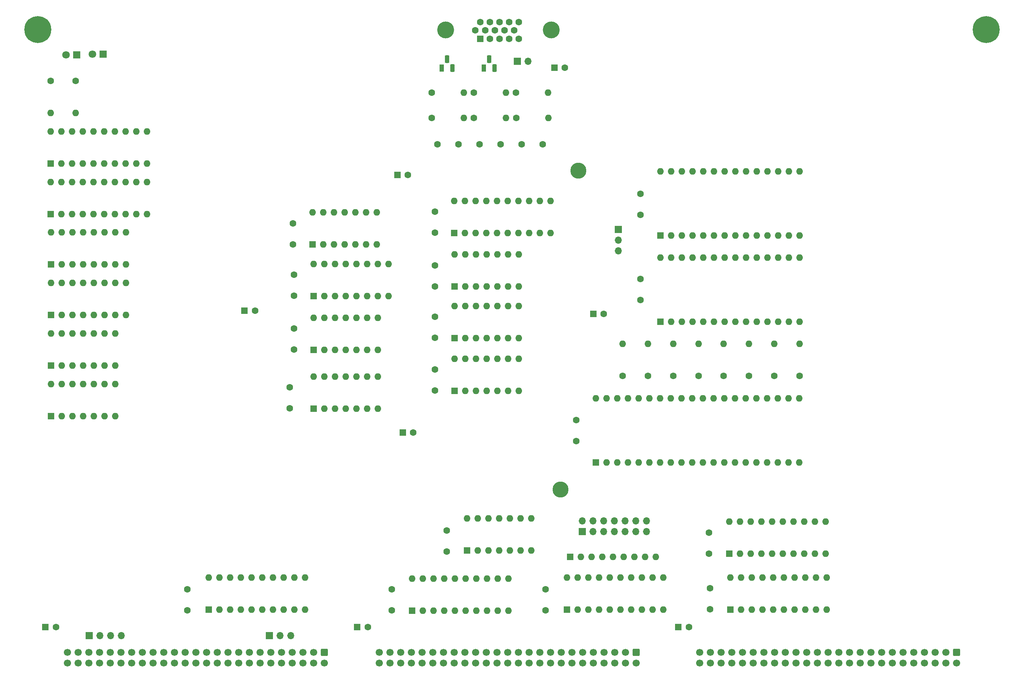
<source format=gbr>
%TF.GenerationSoftware,KiCad,Pcbnew,(6.0.11)*%
%TF.CreationDate,2024-01-15T17:38:44-05:00*%
%TF.ProjectId,input-output.Text,696e7075-742d-46f7-9574-7075742e5465,rev?*%
%TF.SameCoordinates,Original*%
%TF.FileFunction,Soldermask,Top*%
%TF.FilePolarity,Negative*%
%FSLAX46Y46*%
G04 Gerber Fmt 4.6, Leading zero omitted, Abs format (unit mm)*
G04 Created by KiCad (PCBNEW (6.0.11)) date 2024-01-15 17:38:44*
%MOMM*%
%LPD*%
G01*
G04 APERTURE LIST*
G04 Aperture macros list*
%AMRoundRect*
0 Rectangle with rounded corners*
0 $1 Rounding radius*
0 $2 $3 $4 $5 $6 $7 $8 $9 X,Y pos of 4 corners*
0 Add a 4 corners polygon primitive as box body*
4,1,4,$2,$3,$4,$5,$6,$7,$8,$9,$2,$3,0*
0 Add four circle primitives for the rounded corners*
1,1,$1+$1,$2,$3*
1,1,$1+$1,$4,$5*
1,1,$1+$1,$6,$7*
1,1,$1+$1,$8,$9*
0 Add four rect primitives between the rounded corners*
20,1,$1+$1,$2,$3,$4,$5,0*
20,1,$1+$1,$4,$5,$6,$7,0*
20,1,$1+$1,$6,$7,$8,$9,0*
20,1,$1+$1,$8,$9,$2,$3,0*%
G04 Aperture macros list end*
%ADD10C,6.400000*%
%ADD11RoundRect,0.250000X-0.600000X0.600000X-0.600000X-0.600000X0.600000X-0.600000X0.600000X0.600000X0*%
%ADD12C,1.700000*%
%ADD13C,1.600000*%
%ADD14R,1.600000X1.600000*%
%ADD15O,1.600000X1.600000*%
%ADD16C,4.000000*%
%ADD17R,1.800000X1.800000*%
%ADD18C,1.800000*%
%ADD19R,1.700000X1.700000*%
%ADD20O,1.700000X1.700000*%
%ADD21C,3.800000*%
%ADD22R,1.100000X1.800000*%
%ADD23RoundRect,0.275000X-0.275000X-0.625000X0.275000X-0.625000X0.275000X0.625000X-0.275000X0.625000X0*%
G04 APERTURE END LIST*
D10*
%TO.C,H2*%
X265000000Y-75000000D03*
%TD*%
%TO.C,H1*%
X40000000Y-75000000D03*
%TD*%
D11*
%TO.C,P2*%
X182000000Y-223000000D03*
D12*
X182000000Y-225540000D03*
X179460000Y-223000000D03*
X179460000Y-225540000D03*
X176920000Y-223000000D03*
X176920000Y-225540000D03*
X174380000Y-223000000D03*
X174380000Y-225540000D03*
X171840000Y-223000000D03*
X171840000Y-225540000D03*
X169300000Y-223000000D03*
X169300000Y-225540000D03*
X166760000Y-223000000D03*
X166760000Y-225540000D03*
X164220000Y-223000000D03*
X164220000Y-225540000D03*
X161680000Y-223000000D03*
X161680000Y-225540000D03*
X159140000Y-223000000D03*
X159140000Y-225540000D03*
X156600000Y-223000000D03*
X156600000Y-225540000D03*
X154060000Y-223000000D03*
X154060000Y-225540000D03*
X151520000Y-223000000D03*
X151520000Y-225540000D03*
X148980000Y-223000000D03*
X148980000Y-225540000D03*
X146440000Y-223000000D03*
X146440000Y-225540000D03*
X143900000Y-223000000D03*
X143900000Y-225540000D03*
X141360000Y-223000000D03*
X141360000Y-225540000D03*
X138820000Y-223000000D03*
X138820000Y-225540000D03*
X136280000Y-223000000D03*
X136280000Y-225540000D03*
X133740000Y-223000000D03*
X133740000Y-225540000D03*
X131200000Y-223000000D03*
X131200000Y-225540000D03*
X128660000Y-223000000D03*
X128660000Y-225540000D03*
X126120000Y-223000000D03*
X126120000Y-225540000D03*
X123580000Y-223000000D03*
X123580000Y-225540000D03*
X121040000Y-223000000D03*
X121040000Y-225540000D03*
%TD*%
D11*
%TO.C,P3*%
X258000000Y-223000000D03*
D12*
X258000000Y-225540000D03*
X255460000Y-223000000D03*
X255460000Y-225540000D03*
X252920000Y-223000000D03*
X252920000Y-225540000D03*
X250380000Y-223000000D03*
X250380000Y-225540000D03*
X247840000Y-223000000D03*
X247840000Y-225540000D03*
X245300000Y-223000000D03*
X245300000Y-225540000D03*
X242760000Y-223000000D03*
X242760000Y-225540000D03*
X240220000Y-223000000D03*
X240220000Y-225540000D03*
X237680000Y-223000000D03*
X237680000Y-225540000D03*
X235140000Y-223000000D03*
X235140000Y-225540000D03*
X232600000Y-223000000D03*
X232600000Y-225540000D03*
X230060000Y-223000000D03*
X230060000Y-225540000D03*
X227520000Y-223000000D03*
X227520000Y-225540000D03*
X224980000Y-223000000D03*
X224980000Y-225540000D03*
X222440000Y-223000000D03*
X222440000Y-225540000D03*
X219900000Y-223000000D03*
X219900000Y-225540000D03*
X217360000Y-223000000D03*
X217360000Y-225540000D03*
X214820000Y-223000000D03*
X214820000Y-225540000D03*
X212280000Y-223000000D03*
X212280000Y-225540000D03*
X209740000Y-223000000D03*
X209740000Y-225540000D03*
X207200000Y-223000000D03*
X207200000Y-225540000D03*
X204660000Y-223000000D03*
X204660000Y-225540000D03*
X202120000Y-223000000D03*
X202120000Y-225540000D03*
X199580000Y-223000000D03*
X199580000Y-225540000D03*
X197040000Y-223000000D03*
X197040000Y-225540000D03*
%TD*%
D11*
%TO.C,P1*%
X108000000Y-223000000D03*
D12*
X108000000Y-225540000D03*
X105460000Y-223000000D03*
X105460000Y-225540000D03*
X102920000Y-223000000D03*
X102920000Y-225540000D03*
X100380000Y-223000000D03*
X100380000Y-225540000D03*
X97840000Y-223000000D03*
X97840000Y-225540000D03*
X95300000Y-223000000D03*
X95300000Y-225540000D03*
X92760000Y-223000000D03*
X92760000Y-225540000D03*
X90220000Y-223000000D03*
X90220000Y-225540000D03*
X87680000Y-223000000D03*
X87680000Y-225540000D03*
X85140000Y-223000000D03*
X85140000Y-225540000D03*
X82600000Y-223000000D03*
X82600000Y-225540000D03*
X80060000Y-223000000D03*
X80060000Y-225540000D03*
X77520000Y-223000000D03*
X77520000Y-225540000D03*
X74980000Y-223000000D03*
X74980000Y-225540000D03*
X72440000Y-223000000D03*
X72440000Y-225540000D03*
X69900000Y-223000000D03*
X69900000Y-225540000D03*
X67360000Y-223000000D03*
X67360000Y-225540000D03*
X64820000Y-223000000D03*
X64820000Y-225540000D03*
X62280000Y-223000000D03*
X62280000Y-225540000D03*
X59740000Y-223000000D03*
X59740000Y-225540000D03*
X57200000Y-223000000D03*
X57200000Y-225540000D03*
X54660000Y-223000000D03*
X54660000Y-225540000D03*
X52120000Y-223000000D03*
X52120000Y-225540000D03*
X49580000Y-223000000D03*
X49580000Y-225540000D03*
X47040000Y-223000000D03*
X47040000Y-225540000D03*
%TD*%
D13*
%TO.C,C16*%
X134250000Y-143250000D03*
X134250000Y-148250000D03*
%TD*%
D14*
%TO.C,U8*%
X172375000Y-177875000D03*
D15*
X174915000Y-177875000D03*
X177455000Y-177875000D03*
X179995000Y-177875000D03*
X182535000Y-177875000D03*
X185075000Y-177875000D03*
X187615000Y-177875000D03*
X190155000Y-177875000D03*
X192695000Y-177875000D03*
X195235000Y-177875000D03*
X197775000Y-177875000D03*
X200315000Y-177875000D03*
X202855000Y-177875000D03*
X205395000Y-177875000D03*
X207935000Y-177875000D03*
X210475000Y-177875000D03*
X213015000Y-177875000D03*
X215555000Y-177875000D03*
X218095000Y-177875000D03*
X220635000Y-177875000D03*
X220635000Y-162635000D03*
X218095000Y-162635000D03*
X215555000Y-162635000D03*
X213015000Y-162635000D03*
X210475000Y-162635000D03*
X207935000Y-162635000D03*
X205395000Y-162635000D03*
X202855000Y-162635000D03*
X200315000Y-162635000D03*
X197775000Y-162635000D03*
X195235000Y-162635000D03*
X192695000Y-162635000D03*
X190155000Y-162635000D03*
X187615000Y-162635000D03*
X185075000Y-162635000D03*
X182535000Y-162635000D03*
X179995000Y-162635000D03*
X177455000Y-162635000D03*
X174915000Y-162635000D03*
X172375000Y-162635000D03*
%TD*%
D16*
%TO.C,P5*%
X136790000Y-75100300D03*
X161790000Y-75100300D03*
D14*
X144975000Y-77150300D03*
D13*
X147265000Y-77150300D03*
X149555000Y-77150300D03*
X151845000Y-77150300D03*
X154135000Y-77150300D03*
X143830000Y-75170300D03*
X146120000Y-75170300D03*
X148410000Y-75170300D03*
X150700000Y-75170300D03*
X152990000Y-75170300D03*
X144975000Y-73190300D03*
X147265000Y-73190300D03*
X149555000Y-73190300D03*
X151845000Y-73190300D03*
X154135000Y-73190300D03*
%TD*%
%TO.C,R3*%
X208750000Y-157310000D03*
D15*
X208750000Y-149690000D03*
%TD*%
D14*
%TO.C,X1*%
X105400000Y-165050000D03*
D15*
X107940000Y-165050000D03*
X110480000Y-165050000D03*
X113020000Y-165050000D03*
X115560000Y-165050000D03*
X118100000Y-165050000D03*
X120640000Y-165050000D03*
X120640000Y-157430000D03*
X118100000Y-157430000D03*
X115560000Y-157430000D03*
X113020000Y-157430000D03*
X110480000Y-157430000D03*
X107940000Y-157430000D03*
X105400000Y-157430000D03*
%TD*%
D14*
%TO.C,J2*%
X43125000Y-130800000D03*
D15*
X45665000Y-130800000D03*
X48205000Y-130800000D03*
X50745000Y-130800000D03*
X53285000Y-130800000D03*
X55825000Y-130800000D03*
X58365000Y-130800000D03*
X60905000Y-130800000D03*
X60905000Y-123180000D03*
X58365000Y-123180000D03*
X55825000Y-123180000D03*
X53285000Y-123180000D03*
X50745000Y-123180000D03*
X48205000Y-123180000D03*
X45665000Y-123180000D03*
X43125000Y-123180000D03*
%TD*%
D14*
%TO.C,C22*%
X115794900Y-217000000D03*
D13*
X118294900Y-217000000D03*
%TD*%
%TO.C,C10*%
X134250000Y-118250000D03*
X134250000Y-123250000D03*
%TD*%
%TO.C,R4*%
X196750000Y-157310000D03*
D15*
X196750000Y-149690000D03*
%TD*%
D17*
%TO.C,D1*%
X49250000Y-80950000D03*
D18*
X46710000Y-80950000D03*
%TD*%
D13*
%TO.C,R5*%
X190750000Y-157310000D03*
D15*
X190750000Y-149690000D03*
%TD*%
D13*
%TO.C,C14*%
X160500000Y-208000000D03*
X160500000Y-213000000D03*
%TD*%
%TO.C,R8*%
X133465000Y-96000000D03*
D15*
X141085000Y-96000000D03*
%TD*%
D13*
%TO.C,R12*%
X178750000Y-157310000D03*
D15*
X178750000Y-149690000D03*
%TD*%
D14*
%TO.C,C20*%
X192000000Y-217000000D03*
D13*
X194500000Y-217000000D03*
%TD*%
%TO.C,R11*%
X143465000Y-90000000D03*
D15*
X151085000Y-90000000D03*
%TD*%
D13*
%TO.C,C7*%
X199250000Y-194500000D03*
X199250000Y-199500000D03*
%TD*%
D14*
%TO.C,C27*%
X89044900Y-141750000D03*
D13*
X91544900Y-141750000D03*
%TD*%
D14*
%TO.C,J5*%
X43125000Y-142800000D03*
D15*
X45665000Y-142800000D03*
X48205000Y-142800000D03*
X50745000Y-142800000D03*
X53285000Y-142800000D03*
X55825000Y-142800000D03*
X58365000Y-142800000D03*
X60905000Y-142800000D03*
X60905000Y-135180000D03*
X58365000Y-135180000D03*
X55825000Y-135180000D03*
X53285000Y-135180000D03*
X50745000Y-135180000D03*
X48205000Y-135180000D03*
X45665000Y-135180000D03*
X43125000Y-135180000D03*
%TD*%
D14*
%TO.C,U21*%
X165575000Y-212800000D03*
D15*
X168115000Y-212800000D03*
X170655000Y-212800000D03*
X173195000Y-212800000D03*
X175735000Y-212800000D03*
X178275000Y-212800000D03*
X180815000Y-212800000D03*
X183355000Y-212800000D03*
X185895000Y-212800000D03*
X188435000Y-212800000D03*
X188435000Y-205180000D03*
X185895000Y-205180000D03*
X183355000Y-205180000D03*
X180815000Y-205180000D03*
X178275000Y-205180000D03*
X175735000Y-205180000D03*
X173195000Y-205180000D03*
X170655000Y-205180000D03*
X168115000Y-205180000D03*
X165575000Y-205180000D03*
%TD*%
D13*
%TO.C,C18*%
X167750000Y-167750000D03*
X167750000Y-172750000D03*
%TD*%
D19*
%TO.C,JP1*%
X153750000Y-82500000D03*
D20*
X156290000Y-82500000D03*
%TD*%
D13*
%TO.C,C9*%
X183000000Y-114000000D03*
X183000000Y-119000000D03*
%TD*%
%TO.C,C15*%
X134250000Y-155750000D03*
X134250000Y-160750000D03*
%TD*%
D21*
%TO.C,H4*%
X164000000Y-184250000D03*
%TD*%
D17*
%TO.C,D2*%
X55500000Y-80850000D03*
D18*
X52960000Y-80850000D03*
%TD*%
D19*
%TO.C,J9*%
X94975000Y-219000000D03*
D20*
X97515000Y-219000000D03*
X100055000Y-219000000D03*
%TD*%
D13*
%TO.C,R1*%
X43000000Y-87190000D03*
D15*
X43000000Y-94810000D03*
%TD*%
D14*
%TO.C,U18*%
X128825000Y-213050000D03*
D15*
X131365000Y-213050000D03*
X133905000Y-213050000D03*
X136445000Y-213050000D03*
X138985000Y-213050000D03*
X141525000Y-213050000D03*
X144065000Y-213050000D03*
X146605000Y-213050000D03*
X149145000Y-213050000D03*
X151685000Y-213050000D03*
X151685000Y-205430000D03*
X149145000Y-205430000D03*
X146605000Y-205430000D03*
X144065000Y-205430000D03*
X141525000Y-205430000D03*
X138985000Y-205430000D03*
X136445000Y-205430000D03*
X133905000Y-205430000D03*
X131365000Y-205430000D03*
X128825000Y-205430000D03*
%TD*%
D14*
%TO.C,U1*%
X105400000Y-151050000D03*
D15*
X107940000Y-151050000D03*
X110480000Y-151050000D03*
X113020000Y-151050000D03*
X115560000Y-151050000D03*
X118100000Y-151050000D03*
X120640000Y-151050000D03*
X120640000Y-143430000D03*
X118100000Y-143430000D03*
X115560000Y-143430000D03*
X113020000Y-143430000D03*
X110480000Y-143430000D03*
X107940000Y-143430000D03*
X105400000Y-143430000D03*
%TD*%
D14*
%TO.C,U14*%
X138900000Y-160800000D03*
D15*
X141440000Y-160800000D03*
X143980000Y-160800000D03*
X146520000Y-160800000D03*
X149060000Y-160800000D03*
X151600000Y-160800000D03*
X154140000Y-160800000D03*
X154140000Y-153180000D03*
X151600000Y-153180000D03*
X149060000Y-153180000D03*
X146520000Y-153180000D03*
X143980000Y-153180000D03*
X141440000Y-153180000D03*
X138900000Y-153180000D03*
%TD*%
D14*
%TO.C,U6*%
X204075000Y-199550000D03*
D15*
X206615000Y-199550000D03*
X209155000Y-199550000D03*
X211695000Y-199550000D03*
X214235000Y-199550000D03*
X216775000Y-199550000D03*
X219315000Y-199550000D03*
X221855000Y-199550000D03*
X224395000Y-199550000D03*
X226935000Y-199550000D03*
X226935000Y-191930000D03*
X224395000Y-191930000D03*
X221855000Y-191930000D03*
X219315000Y-191930000D03*
X216775000Y-191930000D03*
X214235000Y-191930000D03*
X211695000Y-191930000D03*
X209155000Y-191930000D03*
X206615000Y-191930000D03*
X204075000Y-191930000D03*
%TD*%
D14*
%TO.C,U5*%
X141875000Y-198800000D03*
D15*
X144415000Y-198800000D03*
X146955000Y-198800000D03*
X149495000Y-198800000D03*
X152035000Y-198800000D03*
X154575000Y-198800000D03*
X157115000Y-198800000D03*
X157115000Y-191180000D03*
X154575000Y-191180000D03*
X152035000Y-191180000D03*
X149495000Y-191180000D03*
X146955000Y-191180000D03*
X144415000Y-191180000D03*
X141875000Y-191180000D03*
%TD*%
D14*
%TO.C,U4*%
X105400000Y-138300000D03*
D15*
X107940000Y-138300000D03*
X110480000Y-138300000D03*
X113020000Y-138300000D03*
X115560000Y-138300000D03*
X118100000Y-138300000D03*
X120640000Y-138300000D03*
X123180000Y-138300000D03*
X123180000Y-130680000D03*
X120640000Y-130680000D03*
X118100000Y-130680000D03*
X115560000Y-130680000D03*
X113020000Y-130680000D03*
X110480000Y-130680000D03*
X107940000Y-130680000D03*
X105400000Y-130680000D03*
%TD*%
D13*
%TO.C,R15*%
X49000000Y-87190000D03*
D15*
X49000000Y-94810000D03*
%TD*%
D13*
%TO.C,R13*%
X153465000Y-90000000D03*
D15*
X161085000Y-90000000D03*
%TD*%
D14*
%TO.C,C23*%
X171794900Y-142500000D03*
D13*
X174294900Y-142500000D03*
%TD*%
%TO.C,R9*%
X184750000Y-157310000D03*
D15*
X184750000Y-149690000D03*
%TD*%
D13*
%TO.C,R7*%
X202750000Y-157310000D03*
D15*
X202750000Y-149690000D03*
%TD*%
D14*
%TO.C,C21*%
X41794900Y-217000000D03*
D13*
X44294900Y-217000000D03*
%TD*%
D14*
%TO.C,U9*%
X187750000Y-144375000D03*
D15*
X190290000Y-144375000D03*
X192830000Y-144375000D03*
X195370000Y-144375000D03*
X197910000Y-144375000D03*
X200450000Y-144375000D03*
X202990000Y-144375000D03*
X205530000Y-144375000D03*
X208070000Y-144375000D03*
X210610000Y-144375000D03*
X213150000Y-144375000D03*
X215690000Y-144375000D03*
X218230000Y-144375000D03*
X220770000Y-144375000D03*
X220770000Y-129135000D03*
X218230000Y-129135000D03*
X215690000Y-129135000D03*
X213150000Y-129135000D03*
X210610000Y-129135000D03*
X208070000Y-129135000D03*
X205530000Y-129135000D03*
X202990000Y-129135000D03*
X200450000Y-129135000D03*
X197910000Y-129135000D03*
X195370000Y-129135000D03*
X192830000Y-129135000D03*
X190290000Y-129135000D03*
X187750000Y-129135000D03*
%TD*%
D13*
%TO.C,C12*%
X124000000Y-208000000D03*
X124000000Y-213000000D03*
%TD*%
D14*
%TO.C,U10*%
X187750000Y-123875000D03*
D15*
X190290000Y-123875000D03*
X192830000Y-123875000D03*
X195370000Y-123875000D03*
X197910000Y-123875000D03*
X200450000Y-123875000D03*
X202990000Y-123875000D03*
X205530000Y-123875000D03*
X208070000Y-123875000D03*
X210610000Y-123875000D03*
X213150000Y-123875000D03*
X215690000Y-123875000D03*
X218230000Y-123875000D03*
X220770000Y-123875000D03*
X220770000Y-108635000D03*
X218230000Y-108635000D03*
X215690000Y-108635000D03*
X213150000Y-108635000D03*
X210610000Y-108635000D03*
X208070000Y-108635000D03*
X205530000Y-108635000D03*
X202990000Y-108635000D03*
X200450000Y-108635000D03*
X197910000Y-108635000D03*
X195370000Y-108635000D03*
X192830000Y-108635000D03*
X190290000Y-108635000D03*
X187750000Y-108635000D03*
%TD*%
D13*
%TO.C,C19*%
X144775000Y-102250000D03*
X149775000Y-102250000D03*
%TD*%
%TO.C,R16*%
X133465000Y-90000000D03*
D15*
X141085000Y-90000000D03*
%TD*%
D13*
%TO.C,R6*%
X214750000Y-157310000D03*
D15*
X214750000Y-149690000D03*
%TD*%
D14*
%TO.C,C24*%
X126569900Y-170750000D03*
D13*
X129069900Y-170750000D03*
%TD*%
D14*
%TO.C,J3*%
X43075000Y-118800000D03*
D15*
X45615000Y-118800000D03*
X48155000Y-118800000D03*
X50695000Y-118800000D03*
X53235000Y-118800000D03*
X55775000Y-118800000D03*
X58315000Y-118800000D03*
X60855000Y-118800000D03*
X63395000Y-118800000D03*
X65935000Y-118800000D03*
X65935000Y-111180000D03*
X63395000Y-111180000D03*
X60855000Y-111180000D03*
X58315000Y-111180000D03*
X55775000Y-111180000D03*
X53235000Y-111180000D03*
X50695000Y-111180000D03*
X48155000Y-111180000D03*
X45615000Y-111180000D03*
X43075000Y-111180000D03*
%TD*%
D19*
%TO.C,P4*%
X52200000Y-219000000D03*
D20*
X54740000Y-219000000D03*
X57280000Y-219000000D03*
X59820000Y-219000000D03*
%TD*%
D13*
%TO.C,R2*%
X220750000Y-157310000D03*
D15*
X220750000Y-149690000D03*
%TD*%
D19*
%TO.C,SW1*%
X169200000Y-194275000D03*
D20*
X169200000Y-191735000D03*
X171740000Y-194275000D03*
X171740000Y-191735000D03*
X174280000Y-194275000D03*
X174280000Y-191735000D03*
X176820000Y-194275000D03*
X176820000Y-191735000D03*
X179360000Y-194275000D03*
X179360000Y-191735000D03*
X181900000Y-194275000D03*
X181900000Y-191735000D03*
X184440000Y-194275000D03*
X184440000Y-191735000D03*
%TD*%
D14*
%TO.C,J1*%
X43125000Y-154800000D03*
D15*
X45665000Y-154800000D03*
X48205000Y-154800000D03*
X50745000Y-154800000D03*
X53285000Y-154800000D03*
X55825000Y-154800000D03*
X58365000Y-154800000D03*
X58365000Y-147180000D03*
X55825000Y-147180000D03*
X53285000Y-147180000D03*
X50745000Y-147180000D03*
X48205000Y-147180000D03*
X45665000Y-147180000D03*
X43125000Y-147180000D03*
%TD*%
D13*
%TO.C,R10*%
X143465000Y-96000000D03*
D15*
X151085000Y-96000000D03*
%TD*%
D14*
%TO.C,C25*%
X125319900Y-109500000D03*
D13*
X127819900Y-109500000D03*
%TD*%
%TO.C,C13*%
X134250000Y-131000000D03*
X134250000Y-136000000D03*
%TD*%
D14*
%TO.C,J6*%
X43075000Y-106800000D03*
D15*
X45615000Y-106800000D03*
X48155000Y-106800000D03*
X50695000Y-106800000D03*
X53235000Y-106800000D03*
X55775000Y-106800000D03*
X58315000Y-106800000D03*
X60855000Y-106800000D03*
X63395000Y-106800000D03*
X65935000Y-106800000D03*
X65935000Y-99180000D03*
X63395000Y-99180000D03*
X60855000Y-99180000D03*
X58315000Y-99180000D03*
X55775000Y-99180000D03*
X53235000Y-99180000D03*
X50695000Y-99180000D03*
X48155000Y-99180000D03*
X45615000Y-99180000D03*
X43075000Y-99180000D03*
%TD*%
D21*
%TO.C,H3*%
X168250000Y-108500000D03*
%TD*%
D13*
%TO.C,C3*%
X100525000Y-121000000D03*
X100525000Y-126000000D03*
%TD*%
D14*
%TO.C,U7*%
X204325000Y-212800000D03*
D15*
X206865000Y-212800000D03*
X209405000Y-212800000D03*
X211945000Y-212800000D03*
X214485000Y-212800000D03*
X217025000Y-212800000D03*
X219565000Y-212800000D03*
X222105000Y-212800000D03*
X224645000Y-212800000D03*
X227185000Y-212800000D03*
X227185000Y-205180000D03*
X224645000Y-205180000D03*
X222105000Y-205180000D03*
X219565000Y-205180000D03*
X217025000Y-205180000D03*
X214485000Y-205180000D03*
X211945000Y-205180000D03*
X209405000Y-205180000D03*
X206865000Y-205180000D03*
X204325000Y-205180000D03*
%TD*%
D14*
%TO.C,J4*%
X43125000Y-166800000D03*
D15*
X45665000Y-166800000D03*
X48205000Y-166800000D03*
X50745000Y-166800000D03*
X53285000Y-166800000D03*
X55825000Y-166800000D03*
X58365000Y-166800000D03*
X58365000Y-159180000D03*
X55825000Y-159180000D03*
X53285000Y-159180000D03*
X50745000Y-159180000D03*
X48205000Y-159180000D03*
X45665000Y-159180000D03*
X43125000Y-159180000D03*
%TD*%
D13*
%TO.C,C17*%
X75500000Y-208000000D03*
X75500000Y-213000000D03*
%TD*%
D14*
%TO.C,C26*%
X162569900Y-84000000D03*
D13*
X165069900Y-84000000D03*
%TD*%
D14*
%TO.C,U2*%
X138875000Y-148300000D03*
D15*
X141415000Y-148300000D03*
X143955000Y-148300000D03*
X146495000Y-148300000D03*
X149035000Y-148300000D03*
X151575000Y-148300000D03*
X154115000Y-148300000D03*
X154115000Y-140680000D03*
X151575000Y-140680000D03*
X149035000Y-140680000D03*
X146495000Y-140680000D03*
X143955000Y-140680000D03*
X141415000Y-140680000D03*
X138875000Y-140680000D03*
%TD*%
D13*
%TO.C,C1*%
X137000000Y-194000000D03*
X137000000Y-199000000D03*
%TD*%
%TO.C,C4*%
X199500000Y-207750000D03*
X199500000Y-212750000D03*
%TD*%
%TO.C,C2*%
X100775000Y-146000000D03*
X100775000Y-151000000D03*
%TD*%
D19*
%TO.C,J8*%
X177750000Y-122475000D03*
D20*
X177750000Y-125015000D03*
X177750000Y-127555000D03*
%TD*%
D14*
%TO.C,U11*%
X138825000Y-123300000D03*
D15*
X141365000Y-123300000D03*
X143905000Y-123300000D03*
X146445000Y-123300000D03*
X148985000Y-123300000D03*
X151525000Y-123300000D03*
X154065000Y-123300000D03*
X156605000Y-123300000D03*
X159145000Y-123300000D03*
X161685000Y-123300000D03*
X161685000Y-115680000D03*
X159145000Y-115680000D03*
X156605000Y-115680000D03*
X154065000Y-115680000D03*
X151525000Y-115680000D03*
X148985000Y-115680000D03*
X146445000Y-115680000D03*
X143905000Y-115680000D03*
X141365000Y-115680000D03*
X138825000Y-115680000D03*
%TD*%
D14*
%TO.C,U15*%
X80575000Y-212800000D03*
D15*
X83115000Y-212800000D03*
X85655000Y-212800000D03*
X88195000Y-212800000D03*
X90735000Y-212800000D03*
X93275000Y-212800000D03*
X95815000Y-212800000D03*
X98355000Y-212800000D03*
X100895000Y-212800000D03*
X103435000Y-212800000D03*
X103435000Y-205180000D03*
X100895000Y-205180000D03*
X98355000Y-205180000D03*
X95815000Y-205180000D03*
X93275000Y-205180000D03*
X90735000Y-205180000D03*
X88195000Y-205180000D03*
X85655000Y-205180000D03*
X83115000Y-205180000D03*
X80575000Y-205180000D03*
%TD*%
D13*
%TO.C,C5*%
X154775000Y-102250000D03*
X159775000Y-102250000D03*
%TD*%
D14*
%TO.C,U3*%
X138875000Y-136050000D03*
D15*
X141415000Y-136050000D03*
X143955000Y-136050000D03*
X146495000Y-136050000D03*
X149035000Y-136050000D03*
X151575000Y-136050000D03*
X154115000Y-136050000D03*
X154115000Y-128430000D03*
X151575000Y-128430000D03*
X149035000Y-128430000D03*
X146495000Y-128430000D03*
X143955000Y-128430000D03*
X141415000Y-128430000D03*
X138875000Y-128430000D03*
%TD*%
D22*
%TO.C,Q2*%
X135825000Y-84100000D03*
D23*
X137095000Y-82030000D03*
X138365000Y-84100000D03*
%TD*%
D13*
%TO.C,R14*%
X153525000Y-96000000D03*
D15*
X161145000Y-96000000D03*
%TD*%
D22*
%TO.C,Q1*%
X145825000Y-84100000D03*
D23*
X147095000Y-82030000D03*
X148365000Y-84100000D03*
%TD*%
D13*
%TO.C,C28*%
X134775000Y-102250000D03*
X139775000Y-102250000D03*
%TD*%
%TO.C,C6*%
X99775000Y-160000000D03*
X99775000Y-165000000D03*
%TD*%
D14*
%TO.C,RN1*%
X166295000Y-200305000D03*
D15*
X168835000Y-200305000D03*
X171375000Y-200305000D03*
X173915000Y-200305000D03*
X176455000Y-200305000D03*
X178995000Y-200305000D03*
X181535000Y-200305000D03*
X184075000Y-200305000D03*
X186615000Y-200305000D03*
%TD*%
D13*
%TO.C,C8*%
X100775000Y-133250000D03*
X100775000Y-138250000D03*
%TD*%
D14*
%TO.C,U12*%
X105150000Y-126050000D03*
D15*
X107690000Y-126050000D03*
X110230000Y-126050000D03*
X112770000Y-126050000D03*
X115310000Y-126050000D03*
X117850000Y-126050000D03*
X120390000Y-126050000D03*
X120390000Y-118430000D03*
X117850000Y-118430000D03*
X115310000Y-118430000D03*
X112770000Y-118430000D03*
X110230000Y-118430000D03*
X107690000Y-118430000D03*
X105150000Y-118430000D03*
%TD*%
D13*
%TO.C,C11*%
X183000000Y-134250000D03*
X183000000Y-139250000D03*
%TD*%
M02*

</source>
